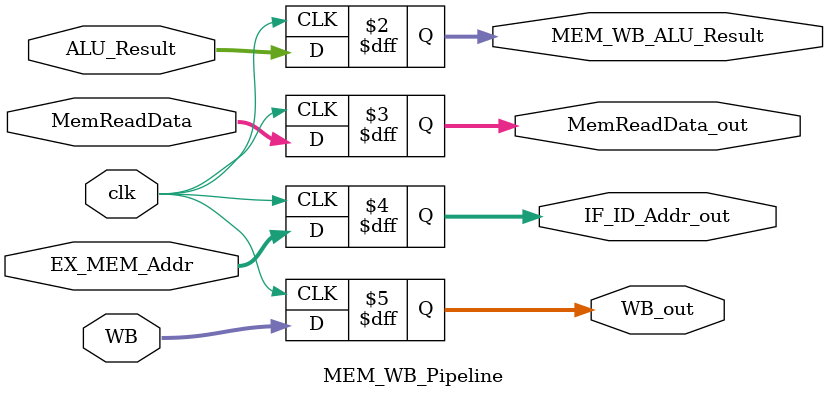
<source format=v>
module MEM_WB_Pipeline(
    //output
    output reg[31:0] MEM_WB_ALU_Result,
    output reg[31:0] MemReadData_out,
    output reg[4:0] IF_ID_Addr_out,
    output reg [1:0]WB_out,
    //input
    input [31:0] ALU_Result,
    input [31:0] MemReadData,
    input [4:0] EX_MEM_Addr,
    input [1:0]WB,
    input clk
);
always@(posedge clk)begin
    MEM_WB_ALU_Result <= ALU_Result;
    MemReadData_out <= MemReadData;
    IF_ID_Addr_out <= EX_MEM_Addr;
    WB_out <= WB;
end
endmodule
</source>
